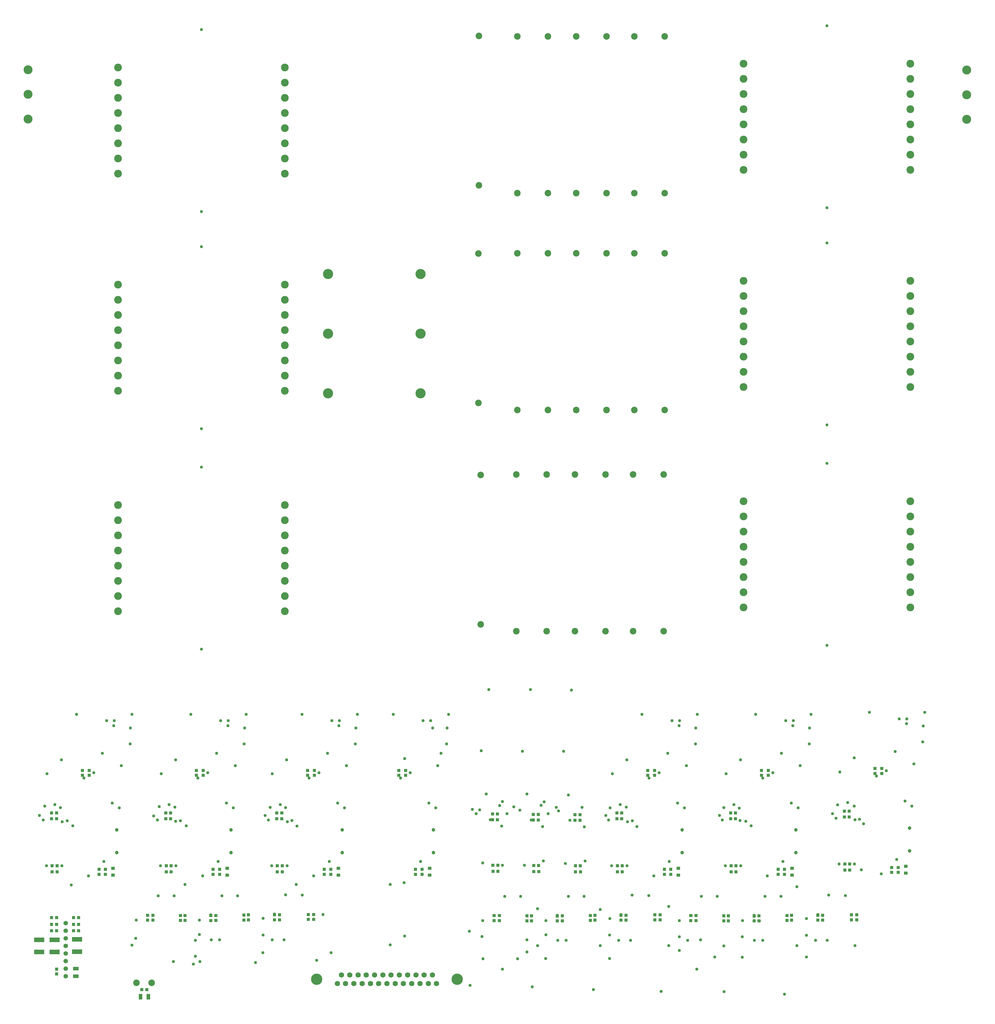
<source format=gbs>
G04 Layer_Color=16711935*
%FSLAX25Y25*%
%MOIN*%
G70*
G01*
G75*
%ADD19R,0.04331X0.04331*%
%ADD20R,0.04331X0.04331*%
%ADD21R,0.07480X0.04724*%
%ADD22R,0.04724X0.07480*%
%ADD36C,0.08661*%
%ADD37C,0.05905*%
%ADD38C,0.11811*%
%ADD39C,0.03937*%
%ADD40C,0.10236*%
%ADD41C,0.13386*%
%ADD42C,0.07000*%
%ADD43C,0.15000*%
%ADD44C,0.04724*%
%ADD45C,0.04000*%
%ADD46R,0.13780X0.05905*%
%ADD47R,0.05118X0.04331*%
D19*
X981004Y589000D02*
D03*
X987500D02*
D03*
X891000Y675000D02*
D03*
X897496D02*
D03*
X891000Y684000D02*
D03*
X897496D02*
D03*
X891000Y666500D02*
D03*
X897496D02*
D03*
X862000Y675000D02*
D03*
X868496D02*
D03*
X862000Y666500D02*
D03*
X868496D02*
D03*
X862000Y684000D02*
D03*
X868496D02*
D03*
X1159652Y752196D02*
D03*
X1166148D02*
D03*
X1165396Y814196D02*
D03*
X1158900D02*
D03*
X1159652Y744196D02*
D03*
X1166148D02*
D03*
X1165396Y821796D02*
D03*
X1158900D02*
D03*
X1013124Y752196D02*
D03*
X1019621D02*
D03*
X1018869Y814196D02*
D03*
X1012372D02*
D03*
X1013124Y744196D02*
D03*
X1019621D02*
D03*
X1018869Y821796D02*
D03*
X1012372D02*
D03*
X862624Y752196D02*
D03*
X869121D02*
D03*
X868369Y814196D02*
D03*
X861872D02*
D03*
X862624Y744196D02*
D03*
X869121D02*
D03*
X868369Y821796D02*
D03*
X861872D02*
D03*
X1552752Y752248D02*
D03*
X1559248D02*
D03*
X1558748Y819748D02*
D03*
X1552252D02*
D03*
X1553004Y744248D02*
D03*
X1559500D02*
D03*
X1558748Y812248D02*
D03*
X1552252D02*
D03*
X1497748Y752496D02*
D03*
X1504244D02*
D03*
X1503744Y819996D02*
D03*
X1497248D02*
D03*
X1498000Y744496D02*
D03*
X1504496D02*
D03*
X1503744Y812496D02*
D03*
X1497248D02*
D03*
X1443870Y753000D02*
D03*
X1450366D02*
D03*
X1449866Y820500D02*
D03*
X1443370D02*
D03*
X1444122Y745000D02*
D03*
X1450618D02*
D03*
X1449866Y813000D02*
D03*
X1443370D02*
D03*
X1908124Y754696D02*
D03*
X1914621D02*
D03*
X1913869Y816696D02*
D03*
X1907372D02*
D03*
X1908124Y746696D02*
D03*
X1914621D02*
D03*
X1913869Y824296D02*
D03*
X1907372D02*
D03*
X1608152Y752196D02*
D03*
X1614648D02*
D03*
X1613896Y814196D02*
D03*
X1607400D02*
D03*
X1608152Y744196D02*
D03*
X1614648D02*
D03*
X1613896Y821796D02*
D03*
X1607400D02*
D03*
X1758152Y752196D02*
D03*
X1764648D02*
D03*
X1763896Y814196D02*
D03*
X1757400D02*
D03*
X1758152Y744196D02*
D03*
X1764648D02*
D03*
X1763896Y821796D02*
D03*
X1757400D02*
D03*
D20*
X1200504Y687996D02*
D03*
Y681500D02*
D03*
X1207504Y687996D02*
D03*
Y681500D02*
D03*
X1162504Y681000D02*
D03*
Y687496D02*
D03*
X1156004Y681000D02*
D03*
Y687496D02*
D03*
X1121504D02*
D03*
Y681000D02*
D03*
X1115504Y687248D02*
D03*
Y680752D02*
D03*
X1078504Y680252D02*
D03*
Y686748D02*
D03*
X1072004Y680000D02*
D03*
Y686496D02*
D03*
X1038004Y686748D02*
D03*
Y680252D02*
D03*
X1032004Y686748D02*
D03*
Y680252D02*
D03*
X995504Y680500D02*
D03*
Y686996D02*
D03*
X988504Y680500D02*
D03*
Y686996D02*
D03*
X1917000Y687496D02*
D03*
Y681000D02*
D03*
X1924000Y687496D02*
D03*
Y681000D02*
D03*
X1657500Y687496D02*
D03*
Y681000D02*
D03*
X1664500Y687496D02*
D03*
Y681000D02*
D03*
X1879000Y680500D02*
D03*
Y686996D02*
D03*
X1872500Y680500D02*
D03*
Y686996D02*
D03*
X1619500Y680500D02*
D03*
Y686996D02*
D03*
X1613000Y680500D02*
D03*
Y686996D02*
D03*
X1838000D02*
D03*
Y680500D02*
D03*
X1832000Y686748D02*
D03*
Y680252D02*
D03*
X1578500Y686996D02*
D03*
Y680500D02*
D03*
X1572500Y686748D02*
D03*
Y680252D02*
D03*
X1795000Y679752D02*
D03*
Y686248D02*
D03*
X1788500Y679500D02*
D03*
Y685996D02*
D03*
X1535500Y679752D02*
D03*
Y686248D02*
D03*
X1529000Y679500D02*
D03*
Y685996D02*
D03*
X1754500Y686248D02*
D03*
Y679752D02*
D03*
X1748500Y686248D02*
D03*
Y679752D02*
D03*
X1495000Y686248D02*
D03*
Y679752D02*
D03*
X1489000Y686248D02*
D03*
Y679752D02*
D03*
X1712000Y680000D02*
D03*
Y686496D02*
D03*
X1705000Y680000D02*
D03*
Y686496D02*
D03*
X1452500Y680000D02*
D03*
Y686496D02*
D03*
X1445500Y680000D02*
D03*
Y686496D02*
D03*
X868500Y616000D02*
D03*
Y609504D02*
D03*
X1208528Y878000D02*
D03*
Y871504D02*
D03*
X1199528Y878000D02*
D03*
Y871504D02*
D03*
X1221528Y747496D02*
D03*
Y741000D02*
D03*
X1230028Y747496D02*
D03*
Y741000D02*
D03*
X1062000Y878000D02*
D03*
Y871504D02*
D03*
X1053000Y878000D02*
D03*
Y871504D02*
D03*
X1075000Y747496D02*
D03*
Y741000D02*
D03*
X1083500Y747496D02*
D03*
Y741000D02*
D03*
X911500Y878000D02*
D03*
Y871504D02*
D03*
X902500Y878000D02*
D03*
Y871504D02*
D03*
X924500Y747496D02*
D03*
Y741000D02*
D03*
X933000Y747496D02*
D03*
Y741000D02*
D03*
X1329000Y877972D02*
D03*
Y871476D02*
D03*
X1320000Y877972D02*
D03*
Y871476D02*
D03*
X1342000Y747469D02*
D03*
Y740972D02*
D03*
X1350500Y747469D02*
D03*
Y740972D02*
D03*
X1957000Y880500D02*
D03*
Y874004D02*
D03*
X1948000Y880500D02*
D03*
Y874004D02*
D03*
X1970000Y749996D02*
D03*
Y743500D02*
D03*
X1978500Y749996D02*
D03*
Y743500D02*
D03*
X1657028Y878000D02*
D03*
Y871504D02*
D03*
X1648028Y878000D02*
D03*
Y871504D02*
D03*
X1670028Y747496D02*
D03*
Y741000D02*
D03*
X1678528Y747496D02*
D03*
Y741000D02*
D03*
X1807028Y878000D02*
D03*
Y871504D02*
D03*
X1798028Y878000D02*
D03*
Y871504D02*
D03*
X1820028Y747496D02*
D03*
Y741000D02*
D03*
X1828528Y747496D02*
D03*
Y741000D02*
D03*
D21*
X894000Y606500D02*
D03*
Y616736D02*
D03*
D22*
X989500Y579500D02*
D03*
X979264D02*
D03*
D36*
X1425500Y1649650D02*
D03*
Y1846500D02*
D03*
X1425000Y1362650D02*
D03*
Y1559500D02*
D03*
X1428000Y1070650D02*
D03*
Y1267500D02*
D03*
X974000Y598000D02*
D03*
X994000D02*
D03*
X1516500Y1846000D02*
D03*
X1476342D02*
D03*
X1516500Y1639307D02*
D03*
X1476342D02*
D03*
X1594000Y1846000D02*
D03*
X1553843D02*
D03*
X1594000Y1639307D02*
D03*
X1553843D02*
D03*
X1670658Y1846000D02*
D03*
X1630500D02*
D03*
X1670658Y1639307D02*
D03*
X1630500D02*
D03*
X1516500Y1560000D02*
D03*
X1476342D02*
D03*
X1516500Y1353307D02*
D03*
X1476342D02*
D03*
X1594000Y1560000D02*
D03*
X1553843D02*
D03*
X1594000Y1353307D02*
D03*
X1553843D02*
D03*
X1670658Y1560000D02*
D03*
X1630500D02*
D03*
X1670658Y1353307D02*
D03*
X1630500D02*
D03*
X1515000Y1268193D02*
D03*
X1474842D02*
D03*
X1515000Y1061500D02*
D03*
X1474842D02*
D03*
X1592500Y1268193D02*
D03*
X1552343D02*
D03*
X1592500Y1061500D02*
D03*
X1552343D02*
D03*
X1669157Y1268193D02*
D03*
X1629000D02*
D03*
X1669157Y1061500D02*
D03*
X1629000D02*
D03*
D37*
X880500Y606500D02*
D03*
Y616500D02*
D03*
Y626500D02*
D03*
Y636500D02*
D03*
Y646500D02*
D03*
Y656500D02*
D03*
Y666500D02*
D03*
Y676500D02*
D03*
D38*
X831000Y1736980D02*
D03*
Y1769500D02*
D03*
Y1802020D02*
D03*
X2069000Y1801508D02*
D03*
Y1768988D02*
D03*
Y1736469D02*
D03*
D39*
X1059500Y1855000D02*
D03*
Y1615000D02*
D03*
X1884500Y1860000D02*
D03*
Y1620000D02*
D03*
X1059500Y1568500D02*
D03*
Y1328500D02*
D03*
X1884500Y1573500D02*
D03*
Y1333500D02*
D03*
X1059500Y1278000D02*
D03*
Y1038000D02*
D03*
X1884500Y1283000D02*
D03*
Y1043000D02*
D03*
D40*
X949500Y1665000D02*
D03*
Y1685000D02*
D03*
Y1705000D02*
D03*
Y1725000D02*
D03*
Y1745000D02*
D03*
Y1765000D02*
D03*
Y1785000D02*
D03*
Y1805000D02*
D03*
X1169500Y1665000D02*
D03*
Y1685000D02*
D03*
Y1705000D02*
D03*
Y1725000D02*
D03*
Y1745000D02*
D03*
Y1765000D02*
D03*
Y1785000D02*
D03*
Y1805000D02*
D03*
X1774500Y1670000D02*
D03*
Y1690000D02*
D03*
Y1710000D02*
D03*
Y1730000D02*
D03*
Y1750000D02*
D03*
Y1770000D02*
D03*
Y1790000D02*
D03*
Y1810000D02*
D03*
X1994500Y1670000D02*
D03*
Y1690000D02*
D03*
Y1710000D02*
D03*
Y1730000D02*
D03*
Y1750000D02*
D03*
Y1770000D02*
D03*
Y1790000D02*
D03*
Y1810000D02*
D03*
X949500Y1378500D02*
D03*
Y1398500D02*
D03*
Y1418500D02*
D03*
Y1438500D02*
D03*
Y1458500D02*
D03*
Y1478500D02*
D03*
Y1498500D02*
D03*
Y1518500D02*
D03*
X1169500Y1378500D02*
D03*
Y1398500D02*
D03*
Y1418500D02*
D03*
Y1438500D02*
D03*
Y1458500D02*
D03*
Y1478500D02*
D03*
Y1498500D02*
D03*
Y1518500D02*
D03*
X1774500Y1383500D02*
D03*
Y1403500D02*
D03*
Y1423500D02*
D03*
Y1443500D02*
D03*
Y1463500D02*
D03*
Y1483500D02*
D03*
Y1503500D02*
D03*
Y1523500D02*
D03*
X1994500Y1383500D02*
D03*
Y1403500D02*
D03*
Y1423500D02*
D03*
Y1443500D02*
D03*
Y1463500D02*
D03*
Y1483500D02*
D03*
Y1503500D02*
D03*
Y1523500D02*
D03*
X949500Y1088000D02*
D03*
Y1108000D02*
D03*
Y1128000D02*
D03*
Y1148000D02*
D03*
Y1168000D02*
D03*
Y1188000D02*
D03*
Y1208000D02*
D03*
Y1228000D02*
D03*
X1169500Y1088000D02*
D03*
Y1108000D02*
D03*
Y1128000D02*
D03*
Y1148000D02*
D03*
Y1168000D02*
D03*
Y1188000D02*
D03*
Y1208000D02*
D03*
Y1228000D02*
D03*
X1774500Y1093000D02*
D03*
Y1113000D02*
D03*
Y1133000D02*
D03*
Y1153000D02*
D03*
Y1173000D02*
D03*
Y1193000D02*
D03*
Y1213000D02*
D03*
Y1233000D02*
D03*
X1994500Y1093000D02*
D03*
Y1113000D02*
D03*
Y1133000D02*
D03*
Y1153000D02*
D03*
Y1173000D02*
D03*
Y1193000D02*
D03*
Y1213000D02*
D03*
Y1233000D02*
D03*
D41*
X1226453Y1454000D02*
D03*
Y1532740D02*
D03*
X1348500Y1375260D02*
D03*
X1226453D02*
D03*
X1348500Y1532740D02*
D03*
Y1454000D02*
D03*
D42*
X1315094Y597000D02*
D03*
X1309642Y608181D02*
D03*
X1304189Y597000D02*
D03*
X1298736Y608181D02*
D03*
X1293283Y597000D02*
D03*
X1287831Y608181D02*
D03*
X1282378Y597000D02*
D03*
X1276925Y608181D02*
D03*
X1271472Y597000D02*
D03*
X1266020Y608181D02*
D03*
X1260567Y597000D02*
D03*
X1255114Y608181D02*
D03*
X1249661Y597000D02*
D03*
X1244209Y608181D02*
D03*
X1238756Y597000D02*
D03*
X1326000D02*
D03*
X1336905D02*
D03*
X1347811D02*
D03*
X1358716D02*
D03*
X1369622D02*
D03*
X1320547Y608181D02*
D03*
X1331453D02*
D03*
X1342358D02*
D03*
X1353264D02*
D03*
X1364169D02*
D03*
D43*
X1211591Y602591D02*
D03*
X1396787D02*
D03*
D44*
X1245028Y799500D02*
D03*
Y769500D02*
D03*
X1098500Y799500D02*
D03*
Y769500D02*
D03*
X948000Y799500D02*
D03*
Y769500D02*
D03*
X1365500Y799472D02*
D03*
Y769472D02*
D03*
X1993500Y802000D02*
D03*
Y772000D02*
D03*
X1693528Y799500D02*
D03*
Y769500D02*
D03*
X1843528Y799500D02*
D03*
Y769500D02*
D03*
D45*
X1920500Y831000D02*
D03*
X1911820Y835496D02*
D03*
X1024500Y829500D02*
D03*
X853000Y831000D02*
D03*
X1507500Y832000D02*
D03*
X1619696Y829500D02*
D03*
X1713000Y616000D02*
D03*
X1456500D02*
D03*
X1748500Y646500D02*
D03*
X1773000Y631500D02*
D03*
X1857500Y632000D02*
D03*
X1690000Y640500D02*
D03*
X1598000Y630000D02*
D03*
X1513500D02*
D03*
X1476500Y629500D02*
D03*
X1431000D02*
D03*
X1327500Y659500D02*
D03*
X1220000Y688000D02*
D03*
X1230500Y637500D02*
D03*
X1057500Y626000D02*
D03*
X1022500D02*
D03*
X1140500Y637500D02*
D03*
X1308500Y648000D02*
D03*
X1413000Y666000D02*
D03*
X968000Y647500D02*
D03*
X1051500Y654000D02*
D03*
Y633000D02*
D03*
X973000Y656500D02*
D03*
X1057000Y661500D02*
D03*
X1141000Y661000D02*
D03*
X1857500Y660500D02*
D03*
X1690000Y658500D02*
D03*
Y680000D02*
D03*
X1598000Y661000D02*
D03*
X1598252Y682500D02*
D03*
X1429500Y659000D02*
D03*
X1513752Y661252D02*
D03*
Y680000D02*
D03*
X1773000Y658500D02*
D03*
X1153004Y654500D02*
D03*
X888000Y727000D02*
D03*
X1308500Y727500D02*
D03*
X1038000D02*
D03*
X1184500D02*
D03*
X1326996Y729996D02*
D03*
X1600600Y752196D02*
D03*
X1621400Y810310D02*
D03*
X1621000Y752196D02*
D03*
X1711028Y913000D02*
D03*
X1663028Y875000D02*
D03*
X1687528Y835000D02*
D03*
X1690028Y943500D02*
D03*
X1699280Y884248D02*
D03*
X1676528Y758000D02*
D03*
X1711528Y934000D02*
D03*
X1648028Y878000D02*
D03*
X1696638Y828500D02*
D03*
X1688528Y740000D02*
D03*
X1640528Y952000D02*
D03*
X1713528D02*
D03*
X1656047Y739000D02*
D03*
X1689500Y937000D02*
D03*
X1650000Y868000D02*
D03*
X1674496Y900496D02*
D03*
X1620500Y892000D02*
D03*
X1861528Y934000D02*
D03*
X1798028Y878000D02*
D03*
X1838528Y740000D02*
D03*
X1824496Y900496D02*
D03*
X1770500Y892000D02*
D03*
X1849280Y884248D02*
D03*
X1800000Y868000D02*
D03*
X1769000Y828196D02*
D03*
X1846638Y828500D02*
D03*
X1826528Y758000D02*
D03*
X1790528Y952000D02*
D03*
X1830028Y943496D02*
D03*
X1861028Y913000D02*
D03*
X1813028Y875000D02*
D03*
X1837528Y835000D02*
D03*
X1863528Y952000D02*
D03*
X1750600Y752196D02*
D03*
X1771000D02*
D03*
X2011500Y936500D02*
D03*
X1948000Y880500D02*
D03*
X1988500Y742500D02*
D03*
X1974468Y902996D02*
D03*
X1920472Y894500D02*
D03*
X1999252Y886748D02*
D03*
X1949972Y870500D02*
D03*
X1996610Y831000D02*
D03*
X1976500Y760500D02*
D03*
X1940500Y954500D02*
D03*
X1980000Y945996D02*
D03*
X2011000Y915500D02*
D03*
X1963000Y877500D02*
D03*
X1921372Y812809D02*
D03*
X1987500Y837500D02*
D03*
X1956020Y741500D02*
D03*
X2013500Y954500D02*
D03*
X1990000Y946000D02*
D03*
X1989472Y939500D02*
D03*
X1900572Y754696D02*
D03*
X1920972D02*
D03*
X1746500Y812500D02*
D03*
X1455618Y804500D02*
D03*
X1430618Y756000D02*
D03*
X1383000Y912972D02*
D03*
X1359500Y834972D02*
D03*
X1364504Y933972D02*
D03*
X1362000Y943472D02*
D03*
X1322252Y867972D02*
D03*
X1371252Y884221D02*
D03*
X1348500Y757972D02*
D03*
X1352000Y943468D02*
D03*
X1383500Y933972D02*
D03*
X1320000Y877972D02*
D03*
X1368610Y828472D02*
D03*
X1360500Y739972D02*
D03*
X1312500Y951972D02*
D03*
X1385500D02*
D03*
X1335000Y874972D02*
D03*
X1327500Y893468D02*
D03*
X1375531Y900469D02*
D03*
X1417000Y826500D02*
D03*
X1510496Y758748D02*
D03*
X1509496Y803996D02*
D03*
X1456500Y753000D02*
D03*
X1485500D02*
D03*
X1422000Y821000D02*
D03*
X1426500Y826000D02*
D03*
X1440618Y813000D02*
D03*
X1435118Y847000D02*
D03*
X1489000D02*
D03*
X1494496Y812500D02*
D03*
X1479500Y825559D02*
D03*
X1471500Y830000D02*
D03*
X1565500Y758500D02*
D03*
X1539500Y755248D02*
D03*
X1545500Y812248D02*
D03*
X1564500Y803748D02*
D03*
X1527500Y829236D02*
D03*
X1561587Y829413D02*
D03*
X1543500Y845500D02*
D03*
X1558748Y812248D02*
D03*
X1503744Y812496D02*
D03*
X1449866Y813000D02*
D03*
X966000Y934000D02*
D03*
X902500Y878000D02*
D03*
X943000Y740000D02*
D03*
X874972Y892000D02*
D03*
X953752Y884248D02*
D03*
X904472Y868000D02*
D03*
X951110Y828500D02*
D03*
X850972Y812500D02*
D03*
X931000Y758000D02*
D03*
X895000Y952000D02*
D03*
X934500Y943496D02*
D03*
X965500Y913000D02*
D03*
X917500Y875000D02*
D03*
X875872Y810310D02*
D03*
X942000Y835000D02*
D03*
X910520Y739000D02*
D03*
X968000Y952000D02*
D03*
X944500Y943500D02*
D03*
X943972Y937000D02*
D03*
X855872Y873492D02*
D03*
X855072Y752196D02*
D03*
X875472D02*
D03*
X1596500Y812500D02*
D03*
X1634000Y804000D02*
D03*
X1784500Y805000D02*
D03*
X928969Y900496D02*
D03*
X1530500Y824500D02*
D03*
X1428500Y904000D02*
D03*
X1482878Y903378D02*
D03*
X1537122D02*
D03*
X1116500Y934000D02*
D03*
X1053000Y878000D02*
D03*
X1093500Y740000D02*
D03*
X1079469Y900496D02*
D03*
X1025472Y892000D02*
D03*
X1104252Y884248D02*
D03*
X1054972Y868000D02*
D03*
X1101610Y828500D02*
D03*
X1001472Y812500D02*
D03*
X1081500Y758000D02*
D03*
X1045500Y952000D02*
D03*
X1085000Y943496D02*
D03*
X1116000Y913000D02*
D03*
X1068000Y875000D02*
D03*
X1092500Y835000D02*
D03*
X1061020Y739000D02*
D03*
X1118500Y952000D02*
D03*
X1095000Y943500D02*
D03*
X1094472Y937000D02*
D03*
X1006372Y873492D02*
D03*
X1005572Y752196D02*
D03*
X1025972D02*
D03*
X1263028Y934000D02*
D03*
X1199528Y878000D02*
D03*
X1240028Y740000D02*
D03*
X1225996Y900496D02*
D03*
X1172000Y892000D02*
D03*
X1250780Y884248D02*
D03*
X1201500Y868000D02*
D03*
X1248138Y828500D02*
D03*
X1148000Y812500D02*
D03*
X1228028Y758000D02*
D03*
X1192028Y952000D02*
D03*
X1231528Y943496D02*
D03*
X1262528Y913000D02*
D03*
X1214528Y875000D02*
D03*
X1172900Y810310D02*
D03*
X1239028Y835000D02*
D03*
X1207547Y739000D02*
D03*
X1265028Y952000D02*
D03*
X1241528Y943500D02*
D03*
X1241000Y937000D02*
D03*
X1152900Y873492D02*
D03*
X1152100Y752196D02*
D03*
X1172500D02*
D03*
X1003686Y830186D02*
D03*
X1150213Y829287D02*
D03*
X1705504Y686500D02*
D03*
X1740000Y712000D02*
D03*
X1719000Y712004D02*
D03*
X1795500Y679500D02*
D03*
X1788500Y687004D02*
D03*
X1823748Y712000D02*
D03*
X1832000Y680000D02*
D03*
X1803004Y712000D02*
D03*
X1872504Y688000D02*
D03*
X1887000Y713500D02*
D03*
X1909000Y713000D02*
D03*
X1879000Y680500D02*
D03*
X1917000Y681000D02*
D03*
X1748500Y679500D02*
D03*
X1712000Y680000D02*
D03*
X1773252D02*
D03*
X1885000Y654000D02*
D03*
X1869500D02*
D03*
X1800000D02*
D03*
X1789000D02*
D03*
X1430500Y680000D02*
D03*
X1446004Y686500D02*
D03*
X1480500Y712000D02*
D03*
X1489000Y679500D02*
D03*
X1529000Y687004D02*
D03*
X1536000Y679500D02*
D03*
X1543504Y712000D02*
D03*
X1452500Y680000D02*
D03*
X1459500Y712004D02*
D03*
X1529500Y654000D02*
D03*
X1540500D02*
D03*
X1564248Y712000D02*
D03*
X1572500Y680000D02*
D03*
X1625500Y654000D02*
D03*
X1610000D02*
D03*
X1619500Y680500D02*
D03*
X1613004Y688000D02*
D03*
X1627500Y713500D02*
D03*
X1649500Y713000D02*
D03*
X1657500Y681000D02*
D03*
X995504Y680500D02*
D03*
X1002504Y712504D02*
D03*
X1056756Y680500D02*
D03*
X1072504Y654500D02*
D03*
X1083504D02*
D03*
X1107252Y712500D02*
D03*
X1115504Y680500D02*
D03*
X1162504Y681000D02*
D03*
X1168504Y654500D02*
D03*
X1170504Y714000D02*
D03*
X1192504Y713500D02*
D03*
X1200504Y681500D02*
D03*
X973504Y680500D02*
D03*
X989008Y687000D02*
D03*
X1032004Y680000D02*
D03*
X1023504Y712500D02*
D03*
X1079004Y680000D02*
D03*
X1072004Y687504D02*
D03*
X1086508Y712500D02*
D03*
X1156008Y688500D02*
D03*
X1141004Y683000D02*
D03*
X1840028Y943500D02*
D03*
X1839500Y937000D02*
D03*
X1680028Y943496D02*
D03*
X1601400Y873492D02*
D03*
X1751400D02*
D03*
X1901372Y875992D02*
D03*
X1547500Y984000D02*
D03*
X1438618Y984500D02*
D03*
X1493500D02*
D03*
X1896472Y815000D02*
D03*
X1933000Y807500D02*
D03*
X1927500Y813748D02*
D03*
X1761848Y832996D02*
D03*
X1777500Y811000D02*
D03*
X1611848Y832996D02*
D03*
X1628000Y811500D02*
D03*
X1517000Y821000D02*
D03*
X1511500Y836500D02*
D03*
X1462500Y821000D02*
D03*
X1453000Y831500D02*
D03*
X1456500Y837000D02*
D03*
X1163348Y832996D02*
D03*
X1179000Y812000D02*
D03*
X1016821Y832996D02*
D03*
X1032000Y811500D02*
D03*
X1025500Y811000D02*
D03*
X1593000Y818500D02*
D03*
X1598500Y828500D02*
D03*
X1743000Y818500D02*
D03*
X1748500Y829000D02*
D03*
X1892000Y821000D02*
D03*
X1898500Y832500D02*
D03*
X1143500Y818500D02*
D03*
X996500Y818000D02*
D03*
X846000Y818500D02*
D03*
X866321Y832996D02*
D03*
X882500Y811500D02*
D03*
X890000Y805000D02*
D03*
X1039500D02*
D03*
X1185500Y804500D02*
D03*
X1857500Y682500D02*
D03*
X1930000Y747000D02*
D03*
X1921500Y647000D02*
D03*
X1806000Y739000D02*
D03*
X1845000Y647000D02*
D03*
Y724500D02*
D03*
X1676000Y698500D02*
D03*
Y647000D02*
D03*
X1585500Y694500D02*
D03*
Y647000D02*
D03*
X1503000Y695500D02*
D03*
Y647000D02*
D03*
X1718000Y654500D02*
D03*
X1701000Y654000D02*
D03*
X1489000Y654500D02*
D03*
Y638500D02*
D03*
X897496Y675000D02*
D03*
X1414000Y594500D02*
D03*
X1496000Y592752D02*
D03*
X1576500Y589000D02*
D03*
X1666000Y586500D02*
D03*
X1749000Y586252D02*
D03*
X1828500Y583000D02*
D03*
X1049000Y622500D02*
D03*
X1131000Y624752D02*
D03*
X1211500Y627500D02*
D03*
X1736500Y632000D02*
D03*
X1170500Y829000D02*
D03*
X873500D02*
D03*
X1770000Y812000D02*
D03*
D46*
X845500Y654642D02*
D03*
Y638500D02*
D03*
X895500Y655142D02*
D03*
Y639000D02*
D03*
X866000Y654642D02*
D03*
Y638500D02*
D03*
D47*
X1240028Y739972D02*
D03*
Y749028D02*
D03*
X1093500Y739972D02*
D03*
Y749028D02*
D03*
X943000Y739972D02*
D03*
Y749028D02*
D03*
X1360500Y739945D02*
D03*
Y749000D02*
D03*
X1988500Y742472D02*
D03*
Y751528D02*
D03*
X1688528Y739972D02*
D03*
Y749028D02*
D03*
X1838528Y739972D02*
D03*
Y749028D02*
D03*
M02*

</source>
